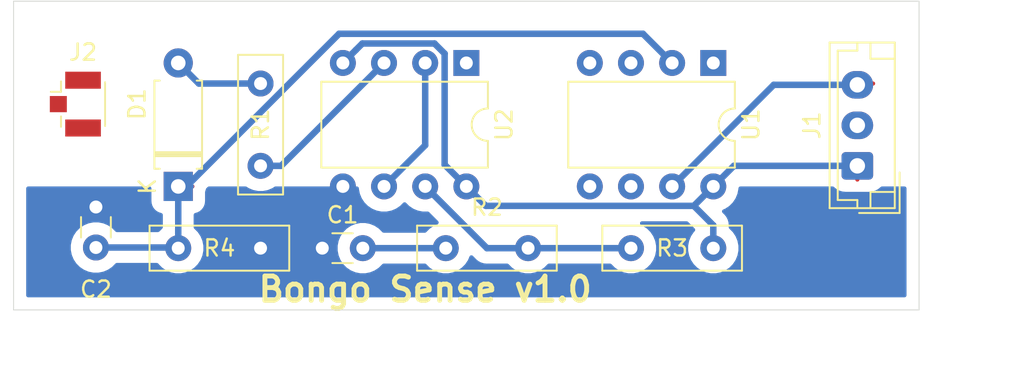
<source format=kicad_pcb>
(kicad_pcb (version 20171130) (host pcbnew "(5.1.5)-3")

  (general
    (thickness 1.6)
    (drawings 7)
    (tracks 38)
    (zones 0)
    (modules 11)
    (nets 10)
  )

  (page A4)
  (title_block
    (title "Bongo Soil Moisture Sensor")
    (rev 1.0)
    (company "Lapoulton (Pvt) Ltd")
  )

  (layers
    (0 F.Cu signal)
    (31 B.Cu signal)
    (33 F.Adhes user)
    (35 F.Paste user)
    (37 F.SilkS user)
    (38 B.Mask user)
    (39 F.Mask user)
    (40 Dwgs.User user)
    (41 Cmts.User user)
    (42 Eco1.User user)
    (43 Eco2.User user)
    (44 Edge.Cuts user)
    (45 Margin user)
    (46 B.CrtYd user)
    (47 F.CrtYd user)
    (49 F.Fab user)
  )

  (setup
    (last_trace_width 0.4)
    (trace_clearance 0.2)
    (zone_clearance 0.75)
    (zone_45_only no)
    (trace_min 0.2)
    (via_size 0.8)
    (via_drill 0.4)
    (via_min_size 0.4)
    (via_min_drill 0.3)
    (uvia_size 0.3)
    (uvia_drill 0.1)
    (uvias_allowed no)
    (uvia_min_size 0.2)
    (uvia_min_drill 0.1)
    (edge_width 0.05)
    (segment_width 0.2)
    (pcb_text_width 0.3)
    (pcb_text_size 1.5 1.5)
    (mod_edge_width 0.12)
    (mod_text_size 1 1)
    (mod_text_width 0.15)
    (pad_size 1.524 1.524)
    (pad_drill 0.762)
    (pad_to_mask_clearance 0.051)
    (solder_mask_min_width 0.25)
    (aux_axis_origin 12.7 12.7)
    (grid_origin 12.7 12.7)
    (visible_elements 7FFFFFFF)
    (pcbplotparams
      (layerselection 0x01000_fffffffe)
      (usegerberextensions false)
      (usegerberattributes false)
      (usegerberadvancedattributes false)
      (creategerberjobfile false)
      (excludeedgelayer true)
      (linewidth 0.100000)
      (plotframeref false)
      (viasonmask false)
      (mode 1)
      (useauxorigin false)
      (hpglpennumber 1)
      (hpglpenspeed 20)
      (hpglpendiameter 15.000000)
      (psnegative false)
      (psa4output false)
      (plotreference true)
      (plotvalue true)
      (plotinvisibletext false)
      (padsonsilk false)
      (subtractmaskfromsilk false)
      (outputformat 1)
      (mirror false)
      (drillshape 0)
      (scaleselection 1)
      (outputdirectory ""))
  )

  (net 0 "")
  (net 1 +3V3)
  (net 2 GND)
  (net 3 /1-Wire)
  (net 4 "Net-(U2-Pad2)")
  (net 5 "Net-(C1-Pad2)")
  (net 6 "Net-(R1-Pad2)")
  (net 7 "Net-(R2-Pad2)")
  (net 8 "Net-(D1-Pad2)")
  (net 9 /AOUT)

  (net_class Default "This is the default net class."
    (clearance 0.2)
    (trace_width 0.4)
    (via_dia 0.8)
    (via_drill 0.4)
    (uvia_dia 0.3)
    (uvia_drill 0.1)
    (add_net +3V3)
    (add_net /1-Wire)
    (add_net /AOUT)
    (add_net "Net-(C1-Pad2)")
    (add_net "Net-(D1-Pad2)")
    (add_net "Net-(R1-Pad2)")
    (add_net "Net-(R2-Pad2)")
    (add_net "Net-(U1-Pad1)")
    (add_net "Net-(U1-Pad3)")
    (add_net "Net-(U1-Pad5)")
    (add_net "Net-(U1-Pad6)")
    (add_net "Net-(U2-Pad2)")
    (add_net "Net-(U3-Pad1)")
    (add_net "Net-(U3-Pad2)")
    (add_net "Net-(U3-Pad3)")
    (add_net "Net-(U3-Pad4)")
  )

  (net_class Ground ""
    (clearance 0.2)
    (trace_width 0.4)
    (via_dia 0.8)
    (via_drill 0.4)
    (uvia_dia 0.3)
    (uvia_drill 0.1)
    (add_net GND)
  )

  (module Connector_Coaxial:U.FL_Hirose_U.FL-R-SMT-1_Vertical (layer F.Cu) (tedit 5A1DBFC3) (tstamp 5FEFB6C6)
    (at 16.51 19.05)
    (descr "Hirose U.FL Coaxial https://www.hirose.com/product/en/products/U.FL/U.FL-R-SMT-1%2810%29/")
    (tags "Hirose U.FL Coaxial")
    (path /5FEE9D77)
    (attr smd)
    (fp_text reference J2 (at 0.475 -3.2) (layer F.SilkS)
      (effects (font (size 1 1) (thickness 0.15)))
    )
    (fp_text value Conn_Coaxial (at 0.475 3.2) (layer F.Fab)
      (effects (font (size 1 1) (thickness 0.15)))
    )
    (fp_line (start -1.32 -1) (end -2.02 -1) (layer F.CrtYd) (width 0.05))
    (fp_line (start -1.32 1.8) (end -1.32 1) (layer F.CrtYd) (width 0.05))
    (fp_line (start -1.32 -1.8) (end -1.12 -1.8) (layer F.CrtYd) (width 0.05))
    (fp_line (start -1.12 -1.8) (end -1.12 -2.5) (layer F.CrtYd) (width 0.05))
    (fp_line (start 2.08 -2.5) (end -1.12 -2.5) (layer F.CrtYd) (width 0.05))
    (fp_line (start -1.32 -1) (end -1.32 -1.8) (layer F.CrtYd) (width 0.05))
    (fp_line (start 2.08 -1.8) (end 2.08 -2.5) (layer F.CrtYd) (width 0.05))
    (fp_line (start 2.08 -1.8) (end 2.28 -1.8) (layer F.CrtYd) (width 0.05))
    (fp_line (start -0.885 -1.4) (end -0.885 -0.76) (layer F.SilkS) (width 0.12))
    (fp_line (start -0.425 1.5) (end -0.425 1.3) (layer F.Fab) (width 0.1))
    (fp_line (start -0.425 1.3) (end -0.825 1.3) (layer F.Fab) (width 0.1))
    (fp_line (start -0.825 0.3) (end -0.825 1.3) (layer F.Fab) (width 0.1))
    (fp_line (start -1.075 0.3) (end -0.825 0.3) (layer F.Fab) (width 0.1))
    (fp_line (start -1.075 0.3) (end -1.075 -0.15) (layer F.Fab) (width 0.1))
    (fp_line (start -0.925 -0.3) (end -0.825 -0.3) (layer F.Fab) (width 0.1))
    (fp_line (start -0.825 -0.3) (end -0.825 -1.3) (layer F.Fab) (width 0.1))
    (fp_line (start -0.425 -1.5) (end -0.425 -1.3) (layer F.Fab) (width 0.1))
    (fp_line (start -0.425 -1.3) (end -0.825 -1.3) (layer F.Fab) (width 0.1))
    (fp_line (start -0.425 1.5) (end 1.375 1.5) (layer F.Fab) (width 0.1))
    (fp_line (start 1.375 1.5) (end 1.375 1.3) (layer F.Fab) (width 0.1))
    (fp_line (start 1.775 1.3) (end 1.375 1.3) (layer F.Fab) (width 0.1))
    (fp_line (start 1.775 -1.3) (end 1.775 1.3) (layer F.Fab) (width 0.1))
    (fp_line (start -0.425 -1.5) (end 1.375 -1.5) (layer F.Fab) (width 0.1))
    (fp_line (start 1.375 -1.5) (end 1.375 -1.3) (layer F.Fab) (width 0.1))
    (fp_line (start 1.775 -1.3) (end 1.375 -1.3) (layer F.Fab) (width 0.1))
    (fp_line (start -0.925 -0.3) (end -1.075 -0.15) (layer F.Fab) (width 0.1))
    (fp_line (start -0.885 1.4) (end -0.885 0.76) (layer F.SilkS) (width 0.12))
    (fp_line (start -0.885 -0.76) (end -1.515 -0.76) (layer F.SilkS) (width 0.12))
    (fp_line (start 1.835 -1.35) (end 1.835 1.35) (layer F.SilkS) (width 0.12))
    (fp_line (start 2.08 2.5) (end -1.12 2.5) (layer F.CrtYd) (width 0.05))
    (fp_line (start -1.12 2.5) (end -1.12 1.8) (layer F.CrtYd) (width 0.05))
    (fp_line (start -1.32 1.8) (end -1.12 1.8) (layer F.CrtYd) (width 0.05))
    (fp_line (start 2.28 1.8) (end 2.28 -1.8) (layer F.CrtYd) (width 0.05))
    (fp_line (start 2.08 2.5) (end 2.08 1.8) (layer F.CrtYd) (width 0.05))
    (fp_line (start 2.08 1.8) (end 2.28 1.8) (layer F.CrtYd) (width 0.05))
    (fp_line (start -1.32 1) (end -2.02 1) (layer F.CrtYd) (width 0.05))
    (fp_line (start -2.02 1) (end -2.02 -1) (layer F.CrtYd) (width 0.05))
    (fp_text user %R (at 0.475 0 90) (layer F.Fab)
      (effects (font (size 0.6 0.6) (thickness 0.09)))
    )
    (pad 2 smd rect (at 0.475 -1.475) (size 2.2 1.05) (layers F.Cu F.Paste F.Mask)
      (net 2 GND))
    (pad 1 smd rect (at -1.05 0) (size 1.05 1) (layers F.Cu F.Paste F.Mask)
      (net 8 "Net-(D1-Pad2)"))
    (pad 2 smd rect (at 0.475 1.475) (size 2.2 1.05) (layers F.Cu F.Paste F.Mask)
      (net 2 GND))
    (model ${KISYS3DMOD}/Connector_Coaxial.3dshapes/U.FL_Hirose_U.FL-R-SMT-1_Vertical.wrl
      (offset (xyz 0.4749999928262157 0 0))
      (scale (xyz 1 1 1))
      (rotate (xyz 0 0 0))
    )
  )

  (module Package_DIP:DIP-8_W7.62mm (layer F.Cu) (tedit 5A02E8C5) (tstamp 5FEB9C54)
    (at 55.88 16.51 270)
    (descr "8-lead though-hole mounted DIP package, row spacing 7.62 mm (300 mils)")
    (tags "THT DIP DIL PDIP 2.54mm 7.62mm 300mil")
    (path /5FEB4BA0)
    (fp_text reference U1 (at 3.81 -2.33 90) (layer F.SilkS)
      (effects (font (size 1 1) (thickness 0.15)))
    )
    (fp_text value ATtiny85-20PU (at 3.81 9.95 90) (layer F.Fab)
      (effects (font (size 1 1) (thickness 0.15)))
    )
    (fp_text user %R (at 3.81 3.81 90) (layer F.Fab)
      (effects (font (size 1 1) (thickness 0.15)))
    )
    (fp_line (start 8.7 -1.55) (end -1.1 -1.55) (layer F.CrtYd) (width 0.05))
    (fp_line (start 8.7 9.15) (end 8.7 -1.55) (layer F.CrtYd) (width 0.05))
    (fp_line (start -1.1 9.15) (end 8.7 9.15) (layer F.CrtYd) (width 0.05))
    (fp_line (start -1.1 -1.55) (end -1.1 9.15) (layer F.CrtYd) (width 0.05))
    (fp_line (start 6.46 -1.33) (end 4.81 -1.33) (layer F.SilkS) (width 0.12))
    (fp_line (start 6.46 8.95) (end 6.46 -1.33) (layer F.SilkS) (width 0.12))
    (fp_line (start 1.16 8.95) (end 6.46 8.95) (layer F.SilkS) (width 0.12))
    (fp_line (start 1.16 -1.33) (end 1.16 8.95) (layer F.SilkS) (width 0.12))
    (fp_line (start 2.81 -1.33) (end 1.16 -1.33) (layer F.SilkS) (width 0.12))
    (fp_line (start 0.635 -0.27) (end 1.635 -1.27) (layer F.Fab) (width 0.1))
    (fp_line (start 0.635 8.89) (end 0.635 -0.27) (layer F.Fab) (width 0.1))
    (fp_line (start 6.985 8.89) (end 0.635 8.89) (layer F.Fab) (width 0.1))
    (fp_line (start 6.985 -1.27) (end 6.985 8.89) (layer F.Fab) (width 0.1))
    (fp_line (start 1.635 -1.27) (end 6.985 -1.27) (layer F.Fab) (width 0.1))
    (fp_arc (start 3.81 -1.33) (end 2.81 -1.33) (angle -180) (layer F.SilkS) (width 0.12))
    (pad 8 thru_hole oval (at 7.62 0 270) (size 1.6 1.6) (drill 0.8) (layers *.Cu *.Mask)
      (net 1 +3V3))
    (pad 4 thru_hole oval (at 0 7.62 270) (size 1.6 1.6) (drill 0.8) (layers *.Cu *.Mask)
      (net 2 GND))
    (pad 7 thru_hole oval (at 7.62 2.54 270) (size 1.6 1.6) (drill 0.8) (layers *.Cu *.Mask)
      (net 3 /1-Wire))
    (pad 3 thru_hole oval (at 0 5.08 270) (size 1.6 1.6) (drill 0.8) (layers *.Cu *.Mask))
    (pad 6 thru_hole oval (at 7.62 5.08 270) (size 1.6 1.6) (drill 0.8) (layers *.Cu *.Mask))
    (pad 2 thru_hole oval (at 0 2.54 270) (size 1.6 1.6) (drill 0.8) (layers *.Cu *.Mask)
      (net 9 /AOUT))
    (pad 5 thru_hole oval (at 7.62 7.62 270) (size 1.6 1.6) (drill 0.8) (layers *.Cu *.Mask))
    (pad 1 thru_hole rect (at 0 0 270) (size 1.6 1.6) (drill 0.8) (layers *.Cu *.Mask))
    (model ${KISYS3DMOD}/Package_DIP.3dshapes/DIP-8_W7.62mm.wrl
      (at (xyz 0 0 0))
      (scale (xyz 1 1 1))
      (rotate (xyz 0 0 0))
    )
  )

  (module Diode_THT:D_A-405_P7.62mm_Horizontal (layer F.Cu) (tedit 5AE50CD5) (tstamp 5FEBAC89)
    (at 22.86 24.13 90)
    (descr "Diode, A-405 series, Axial, Horizontal, pin pitch=7.62mm, , length*diameter=5.2*2.7mm^2, , http://www.diodes.com/_files/packages/A-405.pdf")
    (tags "Diode A-405 series Axial Horizontal pin pitch 7.62mm  length 5.2mm diameter 2.7mm")
    (path /5FED762B)
    (fp_text reference D1 (at 5.08 -2.54 90) (layer F.SilkS)
      (effects (font (size 1 1) (thickness 0.15)))
    )
    (fp_text value D (at 3.81 2.47 90) (layer F.Fab)
      (effects (font (size 1 1) (thickness 0.15)))
    )
    (fp_text user K (at 0 -1.9 90) (layer F.SilkS)
      (effects (font (size 1 1) (thickness 0.15)))
    )
    (fp_text user K (at 0 -1.9 90) (layer F.Fab)
      (effects (font (size 1 1) (thickness 0.15)))
    )
    (fp_text user %R (at 4.2 0 90) (layer F.Fab)
      (effects (font (size 1 1) (thickness 0.15)))
    )
    (fp_line (start 8.77 -1.6) (end -1.15 -1.6) (layer F.CrtYd) (width 0.05))
    (fp_line (start 8.77 1.6) (end 8.77 -1.6) (layer F.CrtYd) (width 0.05))
    (fp_line (start -1.15 1.6) (end 8.77 1.6) (layer F.CrtYd) (width 0.05))
    (fp_line (start -1.15 -1.6) (end -1.15 1.6) (layer F.CrtYd) (width 0.05))
    (fp_line (start 1.87 -1.47) (end 1.87 1.47) (layer F.SilkS) (width 0.12))
    (fp_line (start 2.11 -1.47) (end 2.11 1.47) (layer F.SilkS) (width 0.12))
    (fp_line (start 1.99 -1.47) (end 1.99 1.47) (layer F.SilkS) (width 0.12))
    (fp_line (start 6.53 1.47) (end 6.53 1.14) (layer F.SilkS) (width 0.12))
    (fp_line (start 1.09 1.47) (end 6.53 1.47) (layer F.SilkS) (width 0.12))
    (fp_line (start 1.09 1.14) (end 1.09 1.47) (layer F.SilkS) (width 0.12))
    (fp_line (start 6.53 -1.47) (end 6.53 -1.14) (layer F.SilkS) (width 0.12))
    (fp_line (start 1.09 -1.47) (end 6.53 -1.47) (layer F.SilkS) (width 0.12))
    (fp_line (start 1.09 -1.14) (end 1.09 -1.47) (layer F.SilkS) (width 0.12))
    (fp_line (start 1.89 -1.35) (end 1.89 1.35) (layer F.Fab) (width 0.1))
    (fp_line (start 2.09 -1.35) (end 2.09 1.35) (layer F.Fab) (width 0.1))
    (fp_line (start 1.99 -1.35) (end 1.99 1.35) (layer F.Fab) (width 0.1))
    (fp_line (start 7.62 0) (end 6.41 0) (layer F.Fab) (width 0.1))
    (fp_line (start 0 0) (end 1.21 0) (layer F.Fab) (width 0.1))
    (fp_line (start 6.41 -1.35) (end 1.21 -1.35) (layer F.Fab) (width 0.1))
    (fp_line (start 6.41 1.35) (end 6.41 -1.35) (layer F.Fab) (width 0.1))
    (fp_line (start 1.21 1.35) (end 6.41 1.35) (layer F.Fab) (width 0.1))
    (fp_line (start 1.21 -1.35) (end 1.21 1.35) (layer F.Fab) (width 0.1))
    (pad 2 thru_hole oval (at 7.62 0 90) (size 1.8 1.8) (drill 0.9) (layers *.Cu *.Mask)
      (net 8 "Net-(D1-Pad2)"))
    (pad 1 thru_hole rect (at 0 0 90) (size 1.8 1.8) (drill 0.9) (layers *.Cu *.Mask)
      (net 9 /AOUT))
    (model ${KISYS3DMOD}/Diode_THT.3dshapes/D_A-405_P7.62mm_Horizontal.wrl
      (at (xyz 0 0 0))
      (scale (xyz 1 1 1))
      (rotate (xyz 0 0 0))
    )
  )

  (module Package_DIP:DIP-8_W7.62mm (layer F.Cu) (tedit 5A02E8C5) (tstamp 5FEB9FD8)
    (at 40.64 16.51 270)
    (descr "8-lead though-hole mounted DIP package, row spacing 7.62 mm (300 mils)")
    (tags "THT DIP DIL PDIP 2.54mm 7.62mm 300mil")
    (path /5FEB705B)
    (fp_text reference U2 (at 3.81 -2.33 90) (layer F.SilkS)
      (effects (font (size 1 1) (thickness 0.15)))
    )
    (fp_text value TLC555CP (at 3.81 -3.81 90) (layer F.Fab)
      (effects (font (size 1 1) (thickness 0.15)))
    )
    (fp_line (start 8.7 -1.55) (end -1.1 -1.55) (layer F.CrtYd) (width 0.05))
    (fp_line (start 8.7 9.15) (end 8.7 -1.55) (layer F.CrtYd) (width 0.05))
    (fp_line (start -1.1 9.15) (end 8.7 9.15) (layer F.CrtYd) (width 0.05))
    (fp_line (start -1.1 -1.55) (end -1.1 9.15) (layer F.CrtYd) (width 0.05))
    (fp_line (start 6.46 -1.33) (end 4.81 -1.33) (layer F.SilkS) (width 0.12))
    (fp_line (start 6.46 8.95) (end 6.46 -1.33) (layer F.SilkS) (width 0.12))
    (fp_line (start 1.16 8.95) (end 6.46 8.95) (layer F.SilkS) (width 0.12))
    (fp_line (start 1.16 -1.33) (end 1.16 8.95) (layer F.SilkS) (width 0.12))
    (fp_line (start 2.81 -1.33) (end 1.16 -1.33) (layer F.SilkS) (width 0.12))
    (fp_line (start 0.635 -0.27) (end 1.635 -1.27) (layer F.Fab) (width 0.1))
    (fp_line (start 0.635 8.89) (end 0.635 -0.27) (layer F.Fab) (width 0.1))
    (fp_line (start 6.985 8.89) (end 0.635 8.89) (layer F.Fab) (width 0.1))
    (fp_line (start 6.985 -1.27) (end 6.985 8.89) (layer F.Fab) (width 0.1))
    (fp_line (start 1.635 -1.27) (end 6.985 -1.27) (layer F.Fab) (width 0.1))
    (fp_arc (start 3.81 -1.33) (end 2.81 -1.33) (angle -180) (layer F.SilkS) (width 0.12))
    (pad 8 thru_hole oval (at 7.62 0 270) (size 1.6 1.6) (drill 0.8) (layers *.Cu *.Mask)
      (net 1 +3V3))
    (pad 4 thru_hole oval (at 0 7.62 270) (size 1.6 1.6) (drill 0.8) (layers *.Cu *.Mask)
      (net 1 +3V3))
    (pad 7 thru_hole oval (at 7.62 2.54 270) (size 1.6 1.6) (drill 0.8) (layers *.Cu *.Mask)
      (net 7 "Net-(R2-Pad2)"))
    (pad 3 thru_hole oval (at 0 5.08 270) (size 1.6 1.6) (drill 0.8) (layers *.Cu *.Mask)
      (net 6 "Net-(R1-Pad2)"))
    (pad 6 thru_hole oval (at 7.62 5.08 270) (size 1.6 1.6) (drill 0.8) (layers *.Cu *.Mask)
      (net 4 "Net-(U2-Pad2)"))
    (pad 2 thru_hole oval (at 0 2.54 270) (size 1.6 1.6) (drill 0.8) (layers *.Cu *.Mask)
      (net 4 "Net-(U2-Pad2)"))
    (pad 5 thru_hole oval (at 7.62 7.62 270) (size 1.6 1.6) (drill 0.8) (layers *.Cu *.Mask)
      (net 2 GND))
    (pad 1 thru_hole rect (at 0 0 270) (size 1.6 1.6) (drill 0.8) (layers *.Cu *.Mask)
      (net 2 GND))
    (model ${KISYS3DMOD}/Package_DIP.3dshapes/DIP-8_W7.62mm.wrl
      (at (xyz 0 0 0))
      (scale (xyz 1 1 1))
      (rotate (xyz 0 0 0))
    )
  )

  (module Resistor_THT:R_Box_L8.4mm_W2.5mm_P5.08mm (layer F.Cu) (tedit 5AE5139B) (tstamp 5FEBB2FF)
    (at 27.94 27.94 180)
    (descr "Resistor, Box series, Radial, pin pitch=5.08mm, 0.5W = 1/2W, length*width=8.38*2.54mm^2, http://www.vishay.com/docs/60051/cns020.pdf")
    (tags "Resistor Box series Radial pin pitch 5.08mm 0.5W = 1/2W length 8.38mm width 2.54mm")
    (path /5FEDEBD3)
    (fp_text reference R4 (at 2.54 0) (layer F.SilkS)
      (effects (font (size 1 1) (thickness 0.15)))
    )
    (fp_text value 1m (at 2.54 2.52) (layer F.Fab)
      (effects (font (size 1 1) (thickness 0.15)))
    )
    (fp_text user %R (at 2.54 0) (layer F.Fab)
      (effects (font (size 1 1) (thickness 0.15)))
    )
    (fp_line (start 6.98 -1.52) (end -1.91 -1.52) (layer F.CrtYd) (width 0.05))
    (fp_line (start 6.98 1.52) (end 6.98 -1.52) (layer F.CrtYd) (width 0.05))
    (fp_line (start -1.91 1.52) (end 6.98 1.52) (layer F.CrtYd) (width 0.05))
    (fp_line (start -1.91 -1.52) (end -1.91 1.52) (layer F.CrtYd) (width 0.05))
    (fp_line (start 6.85 -1.39) (end 6.85 1.39) (layer F.SilkS) (width 0.12))
    (fp_line (start -1.77 -1.39) (end -1.77 1.39) (layer F.SilkS) (width 0.12))
    (fp_line (start -1.77 1.39) (end 6.85 1.39) (layer F.SilkS) (width 0.12))
    (fp_line (start -1.77 -1.39) (end 6.85 -1.39) (layer F.SilkS) (width 0.12))
    (fp_line (start 6.73 -1.27) (end -1.65 -1.27) (layer F.Fab) (width 0.1))
    (fp_line (start 6.73 1.27) (end 6.73 -1.27) (layer F.Fab) (width 0.1))
    (fp_line (start -1.65 1.27) (end 6.73 1.27) (layer F.Fab) (width 0.1))
    (fp_line (start -1.65 -1.27) (end -1.65 1.27) (layer F.Fab) (width 0.1))
    (pad 2 thru_hole circle (at 5.08 0 180) (size 1.6 1.6) (drill 0.8) (layers *.Cu *.Mask)
      (net 9 /AOUT))
    (pad 1 thru_hole circle (at 0 0 180) (size 1.6 1.6) (drill 0.8) (layers *.Cu *.Mask)
      (net 2 GND))
    (model ${KISYS3DMOD}/Resistor_THT.3dshapes/R_Box_L8.4mm_W2.5mm_P5.08mm.wrl
      (at (xyz 0 0 0))
      (scale (xyz 1 1 1))
      (rotate (xyz 0 0 0))
    )
  )

  (module Capacitor_THT:C_Disc_D3.0mm_W1.6mm_P2.50mm (layer F.Cu) (tedit 5AE50EF0) (tstamp 5FEBB1F3)
    (at 17.78 25.4 270)
    (descr "C, Disc series, Radial, pin pitch=2.50mm, , diameter*width=3.0*1.6mm^2, Capacitor, http://www.vishay.com/docs/45233/krseries.pdf")
    (tags "C Disc series Radial pin pitch 2.50mm  diameter 3.0mm width 1.6mm Capacitor")
    (path /5FEE0E3A)
    (fp_text reference C2 (at 5.08 0 180) (layer F.SilkS)
      (effects (font (size 1 1) (thickness 0.15)))
    )
    (fp_text value 660p (at 1.25 2.05 90) (layer F.Fab)
      (effects (font (size 1 1) (thickness 0.15)))
    )
    (fp_text user %R (at 1.25 0 90) (layer F.Fab)
      (effects (font (size 0.6 0.6) (thickness 0.09)))
    )
    (fp_line (start 3.55 -1.05) (end -1.05 -1.05) (layer F.CrtYd) (width 0.05))
    (fp_line (start 3.55 1.05) (end 3.55 -1.05) (layer F.CrtYd) (width 0.05))
    (fp_line (start -1.05 1.05) (end 3.55 1.05) (layer F.CrtYd) (width 0.05))
    (fp_line (start -1.05 -1.05) (end -1.05 1.05) (layer F.CrtYd) (width 0.05))
    (fp_line (start 0.621 0.92) (end 1.879 0.92) (layer F.SilkS) (width 0.12))
    (fp_line (start 0.621 -0.92) (end 1.879 -0.92) (layer F.SilkS) (width 0.12))
    (fp_line (start 2.75 -0.8) (end -0.25 -0.8) (layer F.Fab) (width 0.1))
    (fp_line (start 2.75 0.8) (end 2.75 -0.8) (layer F.Fab) (width 0.1))
    (fp_line (start -0.25 0.8) (end 2.75 0.8) (layer F.Fab) (width 0.1))
    (fp_line (start -0.25 -0.8) (end -0.25 0.8) (layer F.Fab) (width 0.1))
    (pad 2 thru_hole circle (at 2.5 0 270) (size 1.6 1.6) (drill 0.8) (layers *.Cu *.Mask)
      (net 9 /AOUT))
    (pad 1 thru_hole circle (at 0 0 270) (size 1.6 1.6) (drill 0.8) (layers *.Cu *.Mask)
      (net 2 GND))
    (model ${KISYS3DMOD}/Capacitor_THT.3dshapes/C_Disc_D3.0mm_W1.6mm_P2.50mm.wrl
      (at (xyz 0 0 0))
      (scale (xyz 1 1 1))
      (rotate (xyz 0 0 0))
    )
  )

  (module Resistor_THT:R_Box_L8.4mm_W2.5mm_P5.08mm (layer F.Cu) (tedit 5AE5139B) (tstamp 5FEBAD02)
    (at 55.88 27.94 180)
    (descr "Resistor, Box series, Radial, pin pitch=5.08mm, 0.5W = 1/2W, length*width=8.38*2.54mm^2, http://www.vishay.com/docs/60051/cns020.pdf")
    (tags "Resistor Box series Radial pin pitch 5.08mm 0.5W = 1/2W length 8.38mm width 2.54mm")
    (path /5FED0FAB)
    (fp_text reference R3 (at 2.54 0) (layer F.SilkS)
      (effects (font (size 1 1) (thickness 0.15)))
    )
    (fp_text value 330 (at 2.54 2.52) (layer F.Fab)
      (effects (font (size 1 1) (thickness 0.15)))
    )
    (fp_text user %R (at 2.54 0) (layer F.Fab)
      (effects (font (size 1 1) (thickness 0.15)))
    )
    (fp_line (start 6.98 -1.52) (end -1.91 -1.52) (layer F.CrtYd) (width 0.05))
    (fp_line (start 6.98 1.52) (end 6.98 -1.52) (layer F.CrtYd) (width 0.05))
    (fp_line (start -1.91 1.52) (end 6.98 1.52) (layer F.CrtYd) (width 0.05))
    (fp_line (start -1.91 -1.52) (end -1.91 1.52) (layer F.CrtYd) (width 0.05))
    (fp_line (start 6.85 -1.39) (end 6.85 1.39) (layer F.SilkS) (width 0.12))
    (fp_line (start -1.77 -1.39) (end -1.77 1.39) (layer F.SilkS) (width 0.12))
    (fp_line (start -1.77 1.39) (end 6.85 1.39) (layer F.SilkS) (width 0.12))
    (fp_line (start -1.77 -1.39) (end 6.85 -1.39) (layer F.SilkS) (width 0.12))
    (fp_line (start 6.73 -1.27) (end -1.65 -1.27) (layer F.Fab) (width 0.1))
    (fp_line (start 6.73 1.27) (end 6.73 -1.27) (layer F.Fab) (width 0.1))
    (fp_line (start -1.65 1.27) (end 6.73 1.27) (layer F.Fab) (width 0.1))
    (fp_line (start -1.65 -1.27) (end -1.65 1.27) (layer F.Fab) (width 0.1))
    (pad 2 thru_hole circle (at 5.08 0 180) (size 1.6 1.6) (drill 0.8) (layers *.Cu *.Mask)
      (net 7 "Net-(R2-Pad2)"))
    (pad 1 thru_hole circle (at 0 0 180) (size 1.6 1.6) (drill 0.8) (layers *.Cu *.Mask)
      (net 1 +3V3))
    (model ${KISYS3DMOD}/Resistor_THT.3dshapes/R_Box_L8.4mm_W2.5mm_P5.08mm.wrl
      (at (xyz 0 0 0))
      (scale (xyz 1 1 1))
      (rotate (xyz 0 0 0))
    )
  )

  (module Resistor_THT:R_Box_L8.4mm_W2.5mm_P5.08mm (layer F.Cu) (tedit 5AE5139B) (tstamp 5FEBACEF)
    (at 39.37 27.94)
    (descr "Resistor, Box series, Radial, pin pitch=5.08mm, 0.5W = 1/2W, length*width=8.38*2.54mm^2, http://www.vishay.com/docs/60051/cns020.pdf")
    (tags "Resistor Box series Radial pin pitch 5.08mm 0.5W = 1/2W length 8.38mm width 2.54mm")
    (path /5FED1E82)
    (fp_text reference R2 (at 2.54 -2.52) (layer F.SilkS)
      (effects (font (size 1 1) (thickness 0.15)))
    )
    (fp_text value 1.6k (at 2.54 2.52) (layer F.Fab)
      (effects (font (size 1 1) (thickness 0.15)))
    )
    (fp_text user %R (at 2.54 0) (layer F.Fab)
      (effects (font (size 1 1) (thickness 0.15)))
    )
    (fp_line (start 6.98 -1.52) (end -1.91 -1.52) (layer F.CrtYd) (width 0.05))
    (fp_line (start 6.98 1.52) (end 6.98 -1.52) (layer F.CrtYd) (width 0.05))
    (fp_line (start -1.91 1.52) (end 6.98 1.52) (layer F.CrtYd) (width 0.05))
    (fp_line (start -1.91 -1.52) (end -1.91 1.52) (layer F.CrtYd) (width 0.05))
    (fp_line (start 6.85 -1.39) (end 6.85 1.39) (layer F.SilkS) (width 0.12))
    (fp_line (start -1.77 -1.39) (end -1.77 1.39) (layer F.SilkS) (width 0.12))
    (fp_line (start -1.77 1.39) (end 6.85 1.39) (layer F.SilkS) (width 0.12))
    (fp_line (start -1.77 -1.39) (end 6.85 -1.39) (layer F.SilkS) (width 0.12))
    (fp_line (start 6.73 -1.27) (end -1.65 -1.27) (layer F.Fab) (width 0.1))
    (fp_line (start 6.73 1.27) (end 6.73 -1.27) (layer F.Fab) (width 0.1))
    (fp_line (start -1.65 1.27) (end 6.73 1.27) (layer F.Fab) (width 0.1))
    (fp_line (start -1.65 -1.27) (end -1.65 1.27) (layer F.Fab) (width 0.1))
    (pad 2 thru_hole circle (at 5.08 0) (size 1.6 1.6) (drill 0.8) (layers *.Cu *.Mask)
      (net 7 "Net-(R2-Pad2)"))
    (pad 1 thru_hole circle (at 0 0) (size 1.6 1.6) (drill 0.8) (layers *.Cu *.Mask)
      (net 5 "Net-(C1-Pad2)"))
    (model ${KISYS3DMOD}/Resistor_THT.3dshapes/R_Box_L8.4mm_W2.5mm_P5.08mm.wrl
      (at (xyz 0 0 0))
      (scale (xyz 1 1 1))
      (rotate (xyz 0 0 0))
    )
  )

  (module Resistor_THT:R_Box_L8.4mm_W2.5mm_P5.08mm (layer F.Cu) (tedit 5AE5139B) (tstamp 5FEBACDC)
    (at 27.94 17.78 270)
    (descr "Resistor, Box series, Radial, pin pitch=5.08mm, 0.5W = 1/2W, length*width=8.38*2.54mm^2, http://www.vishay.com/docs/60051/cns020.pdf")
    (tags "Resistor Box series Radial pin pitch 5.08mm 0.5W = 1/2W length 8.38mm width 2.54mm")
    (path /5FED2E2E)
    (fp_text reference R1 (at 2.54 0 90) (layer F.SilkS)
      (effects (font (size 1 1) (thickness 0.15)))
    )
    (fp_text value 10k (at 2.54 2.52 90) (layer F.Fab)
      (effects (font (size 1 1) (thickness 0.15)))
    )
    (fp_text user %R (at 2.54 0 90) (layer F.Fab)
      (effects (font (size 1 1) (thickness 0.15)))
    )
    (fp_line (start 6.98 -1.52) (end -1.91 -1.52) (layer F.CrtYd) (width 0.05))
    (fp_line (start 6.98 1.52) (end 6.98 -1.52) (layer F.CrtYd) (width 0.05))
    (fp_line (start -1.91 1.52) (end 6.98 1.52) (layer F.CrtYd) (width 0.05))
    (fp_line (start -1.91 -1.52) (end -1.91 1.52) (layer F.CrtYd) (width 0.05))
    (fp_line (start 6.85 -1.39) (end 6.85 1.39) (layer F.SilkS) (width 0.12))
    (fp_line (start -1.77 -1.39) (end -1.77 1.39) (layer F.SilkS) (width 0.12))
    (fp_line (start -1.77 1.39) (end 6.85 1.39) (layer F.SilkS) (width 0.12))
    (fp_line (start -1.77 -1.39) (end 6.85 -1.39) (layer F.SilkS) (width 0.12))
    (fp_line (start 6.73 -1.27) (end -1.65 -1.27) (layer F.Fab) (width 0.1))
    (fp_line (start 6.73 1.27) (end 6.73 -1.27) (layer F.Fab) (width 0.1))
    (fp_line (start -1.65 1.27) (end 6.73 1.27) (layer F.Fab) (width 0.1))
    (fp_line (start -1.65 -1.27) (end -1.65 1.27) (layer F.Fab) (width 0.1))
    (pad 2 thru_hole circle (at 5.08 0 270) (size 1.6 1.6) (drill 0.8) (layers *.Cu *.Mask)
      (net 6 "Net-(R1-Pad2)"))
    (pad 1 thru_hole circle (at 0 0 270) (size 1.6 1.6) (drill 0.8) (layers *.Cu *.Mask)
      (net 8 "Net-(D1-Pad2)"))
    (model ${KISYS3DMOD}/Resistor_THT.3dshapes/R_Box_L8.4mm_W2.5mm_P5.08mm.wrl
      (at (xyz 0 0 0))
      (scale (xyz 1 1 1))
      (rotate (xyz 0 0 0))
    )
  )

  (module Capacitor_THT:C_Disc_D3.0mm_W1.6mm_P2.50mm (layer F.Cu) (tedit 5AE50EF0) (tstamp 5FEBAC6A)
    (at 31.75 27.94)
    (descr "C, Disc series, Radial, pin pitch=2.50mm, , diameter*width=3.0*1.6mm^2, Capacitor, http://www.vishay.com/docs/45233/krseries.pdf")
    (tags "C Disc series Radial pin pitch 2.50mm  diameter 3.0mm width 1.6mm Capacitor")
    (path /5FED50FB)
    (fp_text reference C1 (at 1.25 -2.05) (layer F.SilkS)
      (effects (font (size 1 1) (thickness 0.15)))
    )
    (fp_text value 660p (at 1.25 2.05) (layer F.Fab)
      (effects (font (size 1 1) (thickness 0.15)))
    )
    (fp_text user %R (at 1.25 0 270) (layer F.Fab)
      (effects (font (size 0.6 0.6) (thickness 0.09)))
    )
    (fp_line (start 3.55 -1.05) (end -1.05 -1.05) (layer F.CrtYd) (width 0.05))
    (fp_line (start 3.55 1.05) (end 3.55 -1.05) (layer F.CrtYd) (width 0.05))
    (fp_line (start -1.05 1.05) (end 3.55 1.05) (layer F.CrtYd) (width 0.05))
    (fp_line (start -1.05 -1.05) (end -1.05 1.05) (layer F.CrtYd) (width 0.05))
    (fp_line (start 0.621 0.92) (end 1.879 0.92) (layer F.SilkS) (width 0.12))
    (fp_line (start 0.621 -0.92) (end 1.879 -0.92) (layer F.SilkS) (width 0.12))
    (fp_line (start 2.75 -0.8) (end -0.25 -0.8) (layer F.Fab) (width 0.1))
    (fp_line (start 2.75 0.8) (end 2.75 -0.8) (layer F.Fab) (width 0.1))
    (fp_line (start -0.25 0.8) (end 2.75 0.8) (layer F.Fab) (width 0.1))
    (fp_line (start -0.25 -0.8) (end -0.25 0.8) (layer F.Fab) (width 0.1))
    (pad 2 thru_hole circle (at 2.5 0) (size 1.6 1.6) (drill 0.8) (layers *.Cu *.Mask)
      (net 5 "Net-(C1-Pad2)"))
    (pad 1 thru_hole circle (at 0 0) (size 1.6 1.6) (drill 0.8) (layers *.Cu *.Mask)
      (net 2 GND))
    (model ${KISYS3DMOD}/Capacitor_THT.3dshapes/C_Disc_D3.0mm_W1.6mm_P2.50mm.wrl
      (at (xyz 0 0 0))
      (scale (xyz 1 1 1))
      (rotate (xyz 0 0 0))
    )
  )

  (module Connector_JST:JST_EH_B3B-EH-A_1x03_P2.50mm_Vertical (layer F.Cu) (tedit 5C28142C) (tstamp 5FEBA14A)
    (at 64.77 22.86 90)
    (descr "JST EH series connector, B3B-EH-A (http://www.jst-mfg.com/product/pdf/eng/eEH.pdf), generated with kicad-footprint-generator")
    (tags "connector JST EH vertical")
    (path /5FEBB2A4)
    (fp_text reference J1 (at 2.5 -2.8 90) (layer F.SilkS)
      (effects (font (size 1 1) (thickness 0.15)))
    )
    (fp_text value Screw_Terminal_01x03 (at 2.54 -6.35 90) (layer F.Fab) hide
      (effects (font (size 1 1) (thickness 0.15)))
    )
    (fp_text user %R (at 2.5 1.5 90) (layer F.Fab)
      (effects (font (size 1 1) (thickness 0.15)))
    )
    (fp_line (start -2.91 2.61) (end -0.41 2.61) (layer F.Fab) (width 0.1))
    (fp_line (start -2.91 0.11) (end -2.91 2.61) (layer F.Fab) (width 0.1))
    (fp_line (start -2.91 2.61) (end -0.41 2.61) (layer F.SilkS) (width 0.12))
    (fp_line (start -2.91 0.11) (end -2.91 2.61) (layer F.SilkS) (width 0.12))
    (fp_line (start 6.61 0.81) (end 6.61 2.31) (layer F.SilkS) (width 0.12))
    (fp_line (start 7.61 0.81) (end 6.61 0.81) (layer F.SilkS) (width 0.12))
    (fp_line (start -1.61 0.81) (end -1.61 2.31) (layer F.SilkS) (width 0.12))
    (fp_line (start -2.61 0.81) (end -1.61 0.81) (layer F.SilkS) (width 0.12))
    (fp_line (start 7.11 0) (end 7.61 0) (layer F.SilkS) (width 0.12))
    (fp_line (start 7.11 -1.21) (end 7.11 0) (layer F.SilkS) (width 0.12))
    (fp_line (start -2.11 -1.21) (end 7.11 -1.21) (layer F.SilkS) (width 0.12))
    (fp_line (start -2.11 0) (end -2.11 -1.21) (layer F.SilkS) (width 0.12))
    (fp_line (start -2.61 0) (end -2.11 0) (layer F.SilkS) (width 0.12))
    (fp_line (start 7.61 -1.71) (end -2.61 -1.71) (layer F.SilkS) (width 0.12))
    (fp_line (start 7.61 2.31) (end 7.61 -1.71) (layer F.SilkS) (width 0.12))
    (fp_line (start -2.61 2.31) (end 7.61 2.31) (layer F.SilkS) (width 0.12))
    (fp_line (start -2.61 -1.71) (end -2.61 2.31) (layer F.SilkS) (width 0.12))
    (fp_line (start 8 -2.1) (end -3 -2.1) (layer F.CrtYd) (width 0.05))
    (fp_line (start 8 2.7) (end 8 -2.1) (layer F.CrtYd) (width 0.05))
    (fp_line (start -3 2.7) (end 8 2.7) (layer F.CrtYd) (width 0.05))
    (fp_line (start -3 -2.1) (end -3 2.7) (layer F.CrtYd) (width 0.05))
    (fp_line (start 7.5 -1.6) (end -2.5 -1.6) (layer F.Fab) (width 0.1))
    (fp_line (start 7.5 2.2) (end 7.5 -1.6) (layer F.Fab) (width 0.1))
    (fp_line (start -2.5 2.2) (end 7.5 2.2) (layer F.Fab) (width 0.1))
    (fp_line (start -2.5 -1.6) (end -2.5 2.2) (layer F.Fab) (width 0.1))
    (pad 3 thru_hole oval (at 5 0 90) (size 1.7 1.95) (drill 0.95) (layers *.Cu *.Mask)
      (net 3 /1-Wire))
    (pad 2 thru_hole oval (at 2.5 0 90) (size 1.7 1.95) (drill 0.95) (layers *.Cu *.Mask)
      (net 2 GND))
    (pad 1 thru_hole roundrect (at 0 0 90) (size 1.7 1.95) (drill 0.95) (layers *.Cu *.Mask) (roundrect_rratio 0.147059)
      (net 1 +3V3))
    (model ${KISYS3DMOD}/Connector_JST.3dshapes/JST_EH_B3B-EH-A_1x03_P2.50mm_Vertical.wrl
      (at (xyz 0 0 0))
      (scale (xyz 1 1 1))
      (rotate (xyz 0 0 0))
    )
  )

  (dimension 55.88 (width 0.15) (layer Dwgs.User)
    (gr_text "55.880 mm" (at 40.64 36.86) (layer Dwgs.User) (tstamp 5FEF8754)
      (effects (font (size 1 1) (thickness 0.15)))
    )
    (feature1 (pts (xy 68.58 33.02) (xy 68.58 36.146421)))
    (feature2 (pts (xy 12.7 33.02) (xy 12.7 36.146421)))
    (crossbar (pts (xy 12.7 35.56) (xy 68.58 35.56)))
    (arrow1a (pts (xy 68.58 35.56) (xy 67.453496 36.146421)))
    (arrow1b (pts (xy 68.58 35.56) (xy 67.453496 34.973579)))
    (arrow2a (pts (xy 12.7 35.56) (xy 13.826504 36.146421)))
    (arrow2b (pts (xy 12.7 35.56) (xy 13.826504 34.973579)))
  )
  (dimension 19.05 (width 0.15) (layer Dwgs.User)
    (gr_text "19.050 mm" (at 73.69 22.225 90) (layer Dwgs.User) (tstamp 5FEF875A)
      (effects (font (size 1 1) (thickness 0.15)))
    )
    (feature1 (pts (xy 71.12 12.7) (xy 72.976421 12.7)))
    (feature2 (pts (xy 71.12 31.75) (xy 72.976421 31.75)))
    (crossbar (pts (xy 72.39 31.75) (xy 72.39 12.7)))
    (arrow1a (pts (xy 72.39 12.7) (xy 72.976421 13.826504)))
    (arrow1b (pts (xy 72.39 12.7) (xy 71.803579 13.826504)))
    (arrow2a (pts (xy 72.39 31.75) (xy 72.976421 30.623496)))
    (arrow2b (pts (xy 72.39 31.75) (xy 71.803579 30.623496)))
  )
  (gr_line (start 12.7 12.7) (end 68.58 12.7) (layer Edge.Cuts) (width 0.05) (tstamp 5FEE3560))
  (gr_line (start 12.7 31.75) (end 12.7 12.7) (layer Edge.Cuts) (width 0.05))
  (gr_line (start 68.58 31.75) (end 12.7 31.75) (layer Edge.Cuts) (width 0.05))
  (gr_line (start 68.58 12.7) (end 68.58 31.75) (layer Edge.Cuts) (width 0.05))
  (gr_text "Bongo Sense v1.0" (at 38.1 30.48) (layer F.SilkS)
    (effects (font (size 1.5 1.5) (thickness 0.3)))
  )

  (segment (start 65.745 17.78) (end 64.77 17.78) (width 0.25) (layer F.Cu) (net 3))
  (segment (start 64.77 22.86) (end 64.77 23.71) (width 0.25) (layer F.Cu) (net 1))
  (segment (start 41.840001 25.330001) (end 41.439999 24.929999) (width 0.4) (layer B.Cu) (net 1))
  (segment (start 41.439999 24.929999) (end 40.64 24.13) (width 0.4) (layer B.Cu) (net 1))
  (segment (start 54.679999 25.330001) (end 41.840001 25.330001) (width 0.4) (layer B.Cu) (net 1))
  (segment (start 55.88 24.13) (end 54.679999 25.330001) (width 0.4) (layer B.Cu) (net 1))
  (segment (start 55.88 26.530002) (end 54.679999 25.330001) (width 0.4) (layer B.Cu) (net 1))
  (segment (start 55.88 27.94) (end 55.88 26.530002) (width 0.4) (layer B.Cu) (net 1))
  (segment (start 57.15 22.86) (end 55.88 24.13) (width 0.4) (layer B.Cu) (net 1))
  (segment (start 64.77 22.86) (end 57.15 22.86) (width 0.4) (layer B.Cu) (net 1))
  (segment (start 33.819999 15.710001) (end 33.02 16.51) (width 0.4) (layer B.Cu) (net 1))
  (segment (start 34.220001 15.309999) (end 33.819999 15.710001) (width 0.4) (layer B.Cu) (net 1))
  (segment (start 38.676001 15.309999) (end 34.220001 15.309999) (width 0.4) (layer B.Cu) (net 1))
  (segment (start 39.300001 15.933999) (end 38.676001 15.309999) (width 0.4) (layer B.Cu) (net 1))
  (segment (start 39.300001 22.790001) (end 39.300001 15.933999) (width 0.4) (layer B.Cu) (net 1))
  (segment (start 40.64 24.13) (end 39.300001 22.790001) (width 0.4) (layer B.Cu) (net 1))
  (segment (start 59.61 17.86) (end 53.34 24.13) (width 0.4) (layer B.Cu) (net 3))
  (segment (start 64.77 17.86) (end 59.61 17.86) (width 0.4) (layer B.Cu) (net 3))
  (segment (start 38.1 21.59) (end 35.56 24.13) (width 0.4) (layer B.Cu) (net 4))
  (segment (start 38.1 16.51) (end 38.1 21.59) (width 0.4) (layer B.Cu) (net 4))
  (segment (start 34.25 27.94) (end 39.37 27.94) (width 0.4) (layer B.Cu) (net 5))
  (segment (start 29.21 22.86) (end 27.94 22.86) (width 0.4) (layer B.Cu) (net 6))
  (segment (start 35.56 16.51) (end 29.21 22.86) (width 0.4) (layer B.Cu) (net 6))
  (segment (start 50.8 27.94) (end 44.45 27.94) (width 0.4) (layer B.Cu) (net 7))
  (segment (start 41.91 27.94) (end 44.45 27.94) (width 0.4) (layer B.Cu) (net 7))
  (segment (start 38.1 24.13) (end 41.91 27.94) (width 0.4) (layer B.Cu) (net 7))
  (segment (start 24.13 17.78) (end 22.86 16.51) (width 0.4) (layer B.Cu) (net 8))
  (segment (start 27.94 17.78) (end 24.13 17.78) (width 0.4) (layer B.Cu) (net 8))
  (segment (start 22.82 27.9) (end 22.86 27.94) (width 0.25) (layer F.Cu) (net 9))
  (segment (start 23.734998 24.13) (end 22.86 24.13) (width 0.25) (layer F.Cu) (net 9))
  (segment (start 22.82 27.9) (end 22.86 27.94) (width 0.4) (layer B.Cu) (net 9))
  (segment (start 17.78 27.9) (end 22.82 27.9) (width 0.4) (layer B.Cu) (net 9))
  (segment (start 22.86 27.94) (end 22.86 24.13) (width 0.4) (layer B.Cu) (net 9))
  (segment (start 22.86 24.13) (end 23.623998 24.13) (width 0.4) (layer B.Cu) (net 9))
  (segment (start 32.786012 14.70999) (end 23.366002 24.13) (width 0.4) (layer B.Cu) (net 9))
  (segment (start 23.366002 24.13) (end 22.86 24.13) (width 0.4) (layer B.Cu) (net 9))
  (segment (start 51.53999 14.70999) (end 32.786012 14.70999) (width 0.4) (layer B.Cu) (net 9))
  (segment (start 53.34 16.51) (end 51.53999 14.70999) (width 0.4) (layer B.Cu) (net 9))

  (zone (net 2) (net_name GND) (layer B.Cu) (tstamp 5FEF3461) (hatch edge 0.508)
    (connect_pads yes (clearance 0.75))
    (min_thickness 0.254)
    (fill yes (arc_segments 32) (thermal_gap 0.508) (thermal_bridge_width 0.508))
    (polygon
      (pts
        (xy 68.58 24.13) (xy 12.7 24.13) (xy 12.7 31.75) (xy 68.58 31.75)
      )
    )
    (filled_polygon
      (pts
        (xy 21.078757 25.03) (xy 21.09569 25.201922) (xy 21.145838 25.367237) (xy 21.227273 25.519592) (xy 21.336867 25.653133)
        (xy 21.470408 25.762727) (xy 21.622763 25.844162) (xy 21.783001 25.89277) (xy 21.783 26.645364) (xy 21.605364 26.823)
        (xy 19.074636 26.823) (xy 18.849025 26.597389) (xy 18.574357 26.413862) (xy 18.269163 26.287446) (xy 17.94517 26.223)
        (xy 17.61483 26.223) (xy 17.290837 26.287446) (xy 16.985643 26.413862) (xy 16.710975 26.597389) (xy 16.477389 26.830975)
        (xy 16.293862 27.105643) (xy 16.167446 27.410837) (xy 16.103 27.73483) (xy 16.103 28.06517) (xy 16.167446 28.389163)
        (xy 16.293862 28.694357) (xy 16.477389 28.969025) (xy 16.710975 29.202611) (xy 16.985643 29.386138) (xy 17.290837 29.512554)
        (xy 17.61483 29.577) (xy 17.94517 29.577) (xy 18.269163 29.512554) (xy 18.574357 29.386138) (xy 18.849025 29.202611)
        (xy 19.074636 28.977) (xy 21.535991 28.977) (xy 21.557389 29.009025) (xy 21.790975 29.242611) (xy 22.065643 29.426138)
        (xy 22.370837 29.552554) (xy 22.69483 29.617) (xy 23.02517 29.617) (xy 23.349163 29.552554) (xy 23.654357 29.426138)
        (xy 23.929025 29.242611) (xy 24.162611 29.009025) (xy 24.346138 28.734357) (xy 24.472554 28.429163) (xy 24.537 28.10517)
        (xy 24.537 27.77483) (xy 24.472554 27.450837) (xy 24.346138 27.145643) (xy 24.162611 26.870975) (xy 23.937 26.645364)
        (xy 23.937 25.89277) (xy 24.097237 25.844162) (xy 24.249592 25.762727) (xy 24.383133 25.653133) (xy 24.492727 25.519592)
        (xy 24.574162 25.367237) (xy 24.62431 25.201922) (xy 24.641243 25.03) (xy 24.641243 24.486744) (xy 24.685415 24.341129)
        (xy 24.686227 24.332882) (xy 24.762109 24.257) (xy 27.012238 24.257) (xy 27.145643 24.346138) (xy 27.450837 24.472554)
        (xy 27.77483 24.537) (xy 28.10517 24.537) (xy 28.429163 24.472554) (xy 28.734357 24.346138) (xy 28.867762 24.257)
        (xy 33.883 24.257) (xy 33.883 24.29517) (xy 33.947446 24.619163) (xy 34.073862 24.924357) (xy 34.257389 25.199025)
        (xy 34.490975 25.432611) (xy 34.765643 25.616138) (xy 35.070837 25.742554) (xy 35.39483 25.807) (xy 35.72517 25.807)
        (xy 36.049163 25.742554) (xy 36.354357 25.616138) (xy 36.629025 25.432611) (xy 36.83 25.231636) (xy 37.030975 25.432611)
        (xy 37.305643 25.616138) (xy 37.610837 25.742554) (xy 37.93483 25.807) (xy 38.253893 25.807) (xy 38.805531 26.358639)
        (xy 38.575643 26.453862) (xy 38.300975 26.637389) (xy 38.075364 26.863) (xy 35.544636 26.863) (xy 35.319025 26.637389)
        (xy 35.044357 26.453862) (xy 34.739163 26.327446) (xy 34.41517 26.263) (xy 34.08483 26.263) (xy 33.760837 26.327446)
        (xy 33.455643 26.453862) (xy 33.180975 26.637389) (xy 32.947389 26.870975) (xy 32.763862 27.145643) (xy 32.637446 27.450837)
        (xy 32.573 27.77483) (xy 32.573 28.10517) (xy 32.637446 28.429163) (xy 32.763862 28.734357) (xy 32.947389 29.009025)
        (xy 33.180975 29.242611) (xy 33.455643 29.426138) (xy 33.760837 29.552554) (xy 34.08483 29.617) (xy 34.41517 29.617)
        (xy 34.739163 29.552554) (xy 35.044357 29.426138) (xy 35.319025 29.242611) (xy 35.544636 29.017) (xy 38.075364 29.017)
        (xy 38.300975 29.242611) (xy 38.575643 29.426138) (xy 38.880837 29.552554) (xy 39.20483 29.617) (xy 39.53517 29.617)
        (xy 39.859163 29.552554) (xy 40.164357 29.426138) (xy 40.439025 29.242611) (xy 40.672611 29.009025) (xy 40.856138 28.734357)
        (xy 40.951361 28.504469) (xy 41.111032 28.66414) (xy 41.144761 28.705239) (xy 41.185858 28.738966) (xy 41.308755 28.839826)
        (xy 41.408762 28.89328) (xy 41.495856 28.939833) (xy 41.618379 28.977) (xy 41.69887 29.001417) (xy 41.91 29.022211)
        (xy 41.962909 29.017) (xy 43.155364 29.017) (xy 43.380975 29.242611) (xy 43.655643 29.426138) (xy 43.960837 29.552554)
        (xy 44.28483 29.617) (xy 44.61517 29.617) (xy 44.939163 29.552554) (xy 45.244357 29.426138) (xy 45.519025 29.242611)
        (xy 45.744636 29.017) (xy 49.505364 29.017) (xy 49.730975 29.242611) (xy 50.005643 29.426138) (xy 50.310837 29.552554)
        (xy 50.63483 29.617) (xy 50.96517 29.617) (xy 51.289163 29.552554) (xy 51.594357 29.426138) (xy 51.869025 29.242611)
        (xy 52.102611 29.009025) (xy 52.286138 28.734357) (xy 52.412554 28.429163) (xy 52.477 28.10517) (xy 52.477 27.77483)
        (xy 52.412554 27.450837) (xy 52.286138 27.145643) (xy 52.102611 26.870975) (xy 51.869025 26.637389) (xy 51.594357 26.453862)
        (xy 51.481225 26.407001) (xy 54.233892 26.407001) (xy 54.637627 26.810737) (xy 54.577389 26.870975) (xy 54.393862 27.145643)
        (xy 54.267446 27.450837) (xy 54.203 27.77483) (xy 54.203 28.10517) (xy 54.267446 28.429163) (xy 54.393862 28.734357)
        (xy 54.577389 29.009025) (xy 54.810975 29.242611) (xy 55.085643 29.426138) (xy 55.390837 29.552554) (xy 55.71483 29.617)
        (xy 56.04517 29.617) (xy 56.369163 29.552554) (xy 56.674357 29.426138) (xy 56.949025 29.242611) (xy 57.182611 29.009025)
        (xy 57.366138 28.734357) (xy 57.492554 28.429163) (xy 57.557 28.10517) (xy 57.557 27.77483) (xy 57.492554 27.450837)
        (xy 57.366138 27.145643) (xy 57.182611 26.870975) (xy 56.957 26.645364) (xy 56.957 26.582909) (xy 56.962211 26.530002)
        (xy 56.950772 26.413862) (xy 56.941417 26.318873) (xy 56.879833 26.115858) (xy 56.813317 25.991415) (xy 56.779826 25.928757)
        (xy 56.678966 25.80586) (xy 56.645239 25.764763) (xy 56.60414 25.731034) (xy 56.543462 25.670357) (xy 56.674357 25.616138)
        (xy 56.949025 25.432611) (xy 57.182611 25.199025) (xy 57.366138 24.924357) (xy 57.492554 24.619163) (xy 57.557 24.29517)
        (xy 57.557 24.257) (xy 63.242702 24.257) (xy 63.24509 24.25991) (xy 63.416515 24.400594) (xy 63.612092 24.505132)
        (xy 63.824305 24.569506) (xy 64.045 24.591243) (xy 65.495 24.591243) (xy 65.715695 24.569506) (xy 65.927908 24.505132)
        (xy 66.123485 24.400594) (xy 66.29491 24.25991) (xy 66.297298 24.257) (xy 67.678001 24.257) (xy 67.678001 30.848)
        (xy 13.602 30.848) (xy 13.602 24.257) (xy 21.078757 24.257)
      )
    )
  )
)

</source>
